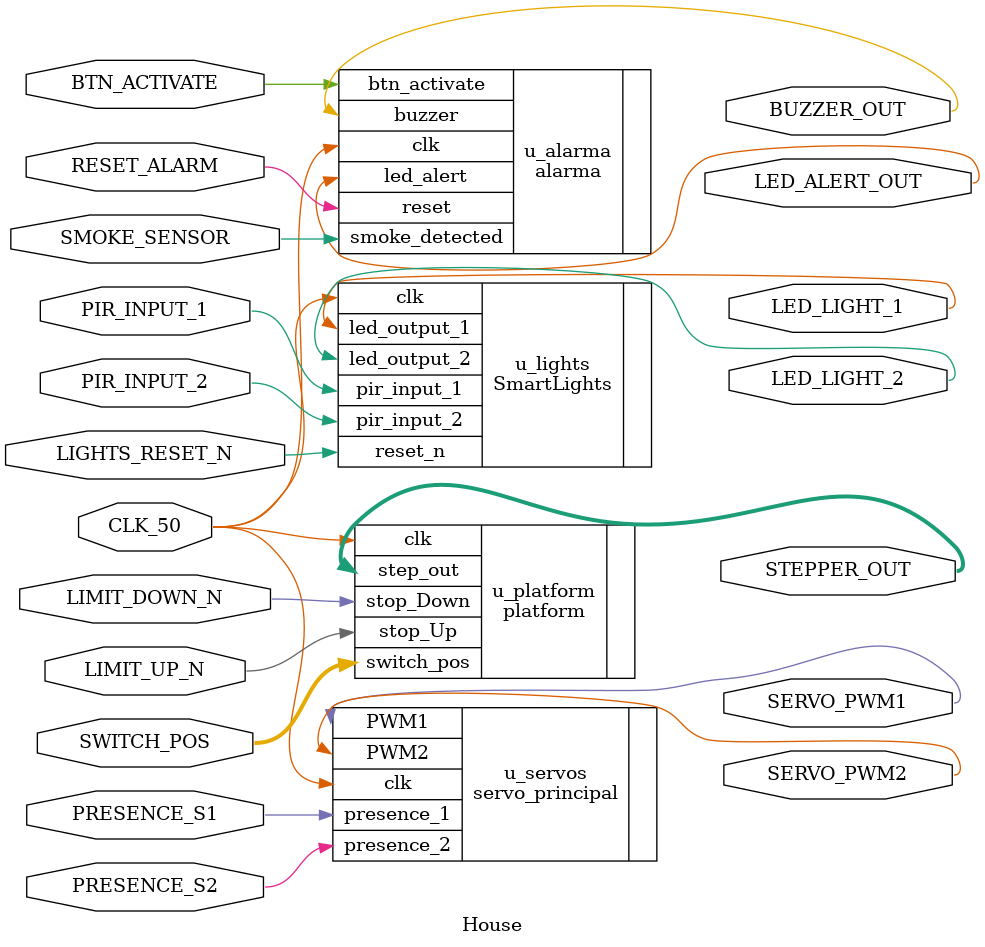
<source format=v>
module House
(
    // ═══════════ Entradas de placa ═══════════
    input  wire       CLK_50,          // Reloj de 50 MHz

    // — Alarma —
    input  wire       RESET_ALARM,     // Reset activo-alto
    input  wire       BTN_ACTIVATE,
    input  wire       SMOKE_SENSOR,

    // — Plataforma (motor PAP) —
    input  wire [1:0] SWITCH_POS,
    input  wire       LIMIT_UP_N,      // Activo-bajo
    input  wire       LIMIT_DOWN_N,    // Activo-bajo

    // — Servos —
    input  wire       PRESENCE_S1,
    input  wire       PRESENCE_S2,

    // — Iluminación —
    input  wire       LIGHTS_RESET_N,  // Reset activo-bajo para SmartLights
    input  wire       PIR_INPUT_1,
    input  wire       PIR_INPUT_2,

    // ═══════════ Salidas de placa ═══════════
    output wire       BUZZER_OUT,
    output wire       LED_ALERT_OUT,
    output wire [3:0] STEPPER_OUT,
    output wire       SERVO_PWM1,
    output wire       SERVO_PWM2,
    output wire       LED_LIGHT_1,
    output wire       LED_LIGHT_2
);

    /* ───────────────── 1. Alarma ───────────────── */
    alarma u_alarma (
        .clk            (CLK_50),
        .reset          (RESET_ALARM),
        .btn_activate   (BTN_ACTIVATE),
        .smoke_detected (SMOKE_SENSOR),
        .buzzer         (BUZZER_OUT),
        .led_alert      (LED_ALERT_OUT)
    );

    /* ───────────────── 2. Plataforma (PAP) ───────────────── */
    platform u_platform (
        .clk        (CLK_50),
        .switch_pos (SWITCH_POS),
        .stop_Up    (LIMIT_UP_N),
        .stop_Down  (LIMIT_DOWN_N),
        .step_out   (STEPPER_OUT)
    );

    /* ───────────────── 3. Servos SG90 ───────────────── */
    servo_principal u_servos (
        .clk        (CLK_50),
        .presence_1 (PRESENCE_S1),
        .presence_2 (PRESENCE_S2),
        .PWM1       (SERVO_PWM1),
        .PWM2       (SERVO_PWM2)
    );

    /* ───────────────── 4. Iluminación PIR ───────────────── */
    SmartLights u_lights (
        .clk         (CLK_50),
        .reset_n     (LIGHTS_RESET_N),
        .pir_input_1 (PIR_INPUT_1),
        .pir_input_2 (PIR_INPUT_2),
        .led_output_1(LED_LIGHT_1),
        .led_output_2(LED_LIGHT_2)
    );

endmodule

</source>
